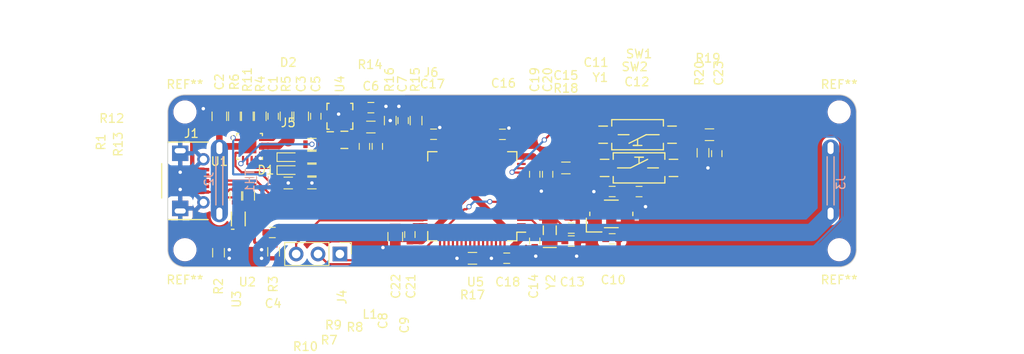
<source format=kicad_pcb>
(kicad_pcb (version 20221018) (generator pcbnew)
  (layers (0 "F.Cu" signal) (31 "B.Cu" signal) (34 "B.Paste" user) (35 "F.Paste" user) (36 "B.SilkS" user "B.Silkscreen") (37 "F.SilkS" user "F.Silkscreen") (38 "B.Mask" user) (39 "F.Mask" user) (44 "Edge.Cuts" user))
  (net 0 "")
  (net 1 "GND")
  (net 2 "/little_mobile_stm32f0_power/USB_5V")
  (net 3 "/little_mobile_stm32f0_power/BAT+")
  (net 4 "/little_mobile_stm32f0_power/POWER_RAW")
  (net 5 "Net-(C4-Pad2)")
  (net 6 "Net-(C4-Pad1)")
  (net 7 "Net-(C6-Pad1)")
  (net 8 "Net-(C7-Pad2)")
  (net 9 "/little_mobile_stm32f0_power/3v3")
  (net 10 "Net-(C10-Pad1)")
  (net 11 "Net-(C11-Pad1)")
  (net 12 "/little_mobile_stm32f0_micro/NRST")
  (net 13 "Net-(C13-Pad1)")
  (net 14 "Net-(C15-Pad1)")
  (net 15 "Net-(C23-Pad1)")
  (net 16 "Net-(D1-Pad2)")
  (net 17 "Net-(D1-Pad1)")
  (net 18 "Net-(D2-Pad2)")
  (net 19 "Net-(D2-Pad1)")
  (net 20 "/little_mobile_stm32f0_micro/USB_D-")
  (net 21 "/little_mobile_stm32f0_micro/USB_D+")
  (net 22 "Net-(J1-Pad4)")
  (net 23 "/little_mobile_stm32f0_power/BAT-")
  (net 24 "/little_mobile_stm32f0_micro/SWD_CLK")
  (net 25 "/little_mobile_stm32f0_micro/SWD_IO")
  (net 26 "Net-(L1-Pad1)")
  (net 27 "Net-(L1-Pad2)")
  (net 28 "Net-(R1-Pad2)")
  (net 29 "Net-(R2-Pad2)")
  (net 30 "Net-(R4-Pad1)")
  (net 31 "Net-(R5-Pad1)")
  (net 32 "Net-(R6-Pad1)")
  (net 33 "/little_mobile_stm32f0_power/EN2")
  (net 34 "/little_mobile_stm32f0_power/CE")
  (net 35 "/little_mobile_stm32f0_power/TD")
  (net 36 "/little_mobile_stm32f0_power/EN1")
  (net 37 "Net-(R15-Pad1)")
  (net 38 "Net-(R17-Pad1)")
  (net 39 "Net-(R19-Pad2)")
  (net 40 "/little_mobile_stm32f0_power/BAT_TERMAL_SENSE")
  (net 41 "Net-(U1-Pad17)")
  (net 42 "Net-(U2-Pad2)")
  (net 43 "Net-(U3-Pad1)")
  (net 44 "/little_mobile_stm32f0_micro/PC13")
  (net 45 "/little_mobile_stm32f0_micro/PC0")
  (net 46 "/little_mobile_stm32f0_micro/PC1")
  (net 47 "/little_mobile_stm32f0_micro/PC2")
  (net 48 "/little_mobile_stm32f0_micro/PC3")
  (net 49 "/little_mobile_stm32f0_micro/PA1")
  (net 50 "/little_mobile_stm32f0_micro/PA2")
  (net 51 "/little_mobile_stm32f0_micro/PA3")
  (net 52 "/little_mobile_stm32f0_micro/PA4")
  (net 53 "/little_mobile_stm32f0_micro/PA5")
  (net 54 "/little_mobile_stm32f0_micro/PA6")
  (net 55 "/little_mobile_stm32f0_micro/PA7")
  (net 56 "/little_mobile_stm32f0_micro/PC4")
  (net 57 "/little_mobile_stm32f0_micro/PC5")
  (net 58 "/little_mobile_stm32f0_micro/PB0")
  (net 59 "/little_mobile_stm32f0_micro/PB1")
  (net 60 "/little_mobile_stm32f0_micro/PB2")
  (net 61 "/little_mobile_stm32f0_micro/PB10")
  (net 62 "/little_mobile_stm32f0_micro/PB11")
  (net 63 "/little_mobile_stm32f0_micro/PB12")
  (net 64 "/little_mobile_stm32f0_micro/PB13")
  (net 65 "/little_mobile_stm32f0_micro/PB14")
  (net 66 "/little_mobile_stm32f0_micro/PB15")
  (net 67 "/little_mobile_stm32f0_micro/PC6")
  (net 68 "/little_mobile_stm32f0_micro/PC7")
  (net 69 "/little_mobile_stm32f0_micro/PC8")
  (net 70 "/little_mobile_stm32f0_micro/PC9")
  (net 71 "/little_mobile_stm32f0_micro/PA8")
  (net 72 "/little_mobile_stm32f0_micro/PA9")
  (net 73 "/little_mobile_stm32f0_micro/PA10")
  (net 74 "/little_mobile_stm32f0_micro/PA15")
  (net 75 "/little_mobile_stm32f0_micro/PC10")
  (net 76 "/little_mobile_stm32f0_micro/PC11")
  (net 77 "/little_mobile_stm32f0_micro/PC12")
  (net 78 "/little_mobile_stm32f0_micro/PD2")
  (net 79 "/little_mobile_stm32f0_micro/PB3")
  (net 80 "/little_mobile_stm32f0_micro/PB4")
  (net 81 "/little_mobile_stm32f0_micro/PB5")
  (net 82 "/little_mobile_stm32f0_micro/PB6")
  (net 83 "/little_mobile_stm32f0_micro/PB7")
  (net 84 "/little_mobile_stm32f0_micro/PB8")
  (net 85 "/little_mobile_stm32f0_micro/PB9")
  (footprint "Capacitors_SMD:C_0603" (layer "F.Cu") (at 106.25 102.5 90)
    (fp_text reference "C1")
    (fp_text value "1u")
  )
  (footprint "Capacitors_SMD:C_0805" (layer "F.Cu") (at 100 102.5 90)
    (fp_text reference "C2")
    (fp_text value "4.7u")
  )
  (footprint "Capacitors_SMD:C_0805" (layer "F.Cu") (at 109.5 102.5 -90)
    (fp_text reference "C3")
    (fp_text value "4.7u")
  )
  (footprint "Capacitors_SMD:C_0603" (layer "F.Cu") (at 106.15 116)
    (fp_text reference "C4")
    (fp_text value "100n")
  )
  (footprint "Capacitors_SMD:C_0603" (layer "F.Cu") (at 111.2 102.5 90)
    (fp_text reference "C5")
    (fp_text value "10u")
  )
  (footprint "Capacitors_SMD:C_0603" (layer "F.Cu") (at 117.6 101.5)
    (fp_text reference "C6")
    (fp_text value "4.7n")
  )
  (footprint "Capacitors_SMD:C_0603" (layer "F.Cu") (at 121.35 103 -90)
    (fp_text reference "C7")
    (fp_text value "10p")
  )
  (footprint "Capacitors_SMD:C_0603" (layer "F.Cu") (at 116.85 106 -90)
    (fp_text reference "C8")
    (fp_text value "10u")
  )
  (footprint "Capacitors_SMD:C_0603" (layer "F.Cu") (at 118.35 106 -90)
    (fp_text reference "C9")
    (fp_text value "10u")
  )
  (footprint "Capacitors_SMD:C_0603" (layer "F.Cu") (at 145.63 116.74)
    (fp_text reference "C10")
    (fp_text value "40p")
  )
  (footprint "Capacitors_SMD:C_0603" (layer "F.Cu") (at 145.63 111.24 180)
    (fp_text reference "C11")
    (fp_text value "40p")
  )
  (footprint "Capacitors_SMD:C_0603" (layer "F.Cu") (at 148.75 111.25 180)
    (fp_text reference "C12")
    (fp_text value "100n")
  )
  (footprint "Capacitors_SMD:C_0603" (layer "F.Cu") (at 140.88 116.99)
    (fp_text reference "C13")
    (fp_text value "25p")
  )
  (footprint "Capacitors_SMD:C_0603" (layer "F.Cu") (at 136.63 116.99 -90)
    (fp_text reference "C14")
    (fp_text value "100n")
  )
  (footprint "Capacitors_SMD:C_0603" (layer "F.Cu") (at 140.88 115.49)
    (fp_text reference "C15")
    (fp_text value "25p")
  )
  (footprint "Capacitors_SMD:C_0603" (layer "F.Cu") (at 132.88 104.6 180)
    (fp_text reference "C16")
    (fp_text value "100n")
  )
  (footprint "Capacitors_SMD:C_0603" (layer "F.Cu") (at 124.88 104.59 180)
    (fp_text reference "C17")
    (fp_text value "100n")
  )
  (footprint "Capacitors_SMD:C_0603" (layer "F.Cu") (at 133.38 118.99)
    (fp_text reference "C18")
    (fp_text value "100n")
  )
  (footprint "Capacitors_SMD:C_0603" (layer "F.Cu") (at 136.63 109.24 90)
    (fp_text reference "C19")
    (fp_text value "10n")
  )
  (footprint "Capacitors_SMD:C_0603" (layer "F.Cu") (at 138.13 109.24 90)
    (fp_text reference "C20")
    (fp_text value "1u")
  )
  (footprint "Capacitors_SMD:C_0603" (layer "F.Cu") (at 122.13 116.24 -90)
    (fp_text reference "C21")
    (fp_text value "100n")
  )
  (footprint "Capacitors_SMD:C_0805" (layer "F.Cu") (at 120.43 116.49 -90)
    (fp_text reference "C22")
    (fp_text value "4.7u")
  )
  (footprint "Capacitors_SMD:C_0603" (layer "F.Cu") (at 157.78 106.84 -90)
    (fp_text reference "C23")
    (fp_text value "100n")
  )
  (footprint "LEDs:LED_0603" (layer "F.Cu") (at 108 108.75)
    (fp_text reference "D1")
    (fp_text value "LED")
  )
  (footprint "LEDs:LED_0603" (layer "F.Cu") (at 108 107.25)
    (fp_text reference "D2")
    (fp_text value "LED")
  )
  (footprint "little_mobile_stm32f0:Molex_1050170001_MicroUSB_B" (layer "F.Cu") (at 94 110 90)
    (fp_text reference "J1")
    (fp_text value "USB_OTG")
  )
  (footprint "Pin_Headers:Pin_Header_Straight_1x03_Pitch2.54mm" (layer "F.Cu") (at 114 118.5 -90)
    (fp_text reference "J4")
    (fp_text value "Header_SWD")
  )
  (footprint "little_mobile_stm32f0:Murata-DFE252010C-Series" (layer "F.Cu") (at 114.52 105.24)
    (fp_text reference "L1")
    (fp_text value "1.5u")
  )
  (footprint "Resistors_SMD:R_0603" (layer "F.Cu") (at 101.9 111.75 -90)
    (fp_text reference "R1")
    (fp_text value "2.2k")
  )
  (footprint "Resistors_SMD:R_0603" (layer "F.Cu") (at 99.9 118.35 90)
    (fp_text reference "R2")
    (fp_text value "5.1M")
  )
  (footprint "Resistors_SMD:R_0603" (layer "F.Cu") (at 106.3 118.25 90)
    (fp_text reference "R3")
    (fp_text value "5.1M")
  )
  (footprint "Resistors_SMD:R_0603" (layer "F.Cu") (at 104.75 102.5 90)
    (fp_text reference "R4")
    (fp_text value "46.4k")
  )
  (footprint "Resistors_SMD:R_0603" (layer "F.Cu") (at 107.75 102.5 90)
    (fp_text reference "R5")
    (fp_text value "1.03k")
  )
  (footprint "Resistors_SMD:R_0603" (layer "F.Cu") (at 101.75 102.5 90)
    (fp_text reference "R6")
    (fp_text value "742")
  )
  (footprint "Resistors_SMD:R_0603" (layer "F.Cu") (at 110.75 108.75)
    (fp_text reference "R7")
    (fp_text value "1.5k")
  )
  (footprint "Resistors_SMD:R_0603" (layer "F.Cu") (at 110.75 105.75 180)
    (fp_text reference "R8")
    (fp_text value "4.7")
  )
  (footprint "Resistors_SMD:R_0603" (layer "F.Cu") (at 110.75 110.25)
    (fp_text reference "R9")
    (fp_text value "10k")
  )
  (footprint "Resistors_SMD:R_0603" (layer "F.Cu") (at 110.75 107.25)
    (fp_text reference "R10")
    (fp_text value "1.5k")
  )
  (footprint "Resistors_SMD:R_0603" (layer "F.Cu") (at 103.25 102.5 90)
    (fp_text reference "R11")
    (fp_text value "10k")
  )
  (footprint "Resistors_SMD:R_0603" (layer "F.Cu") (at 108 110.25)
    (fp_text reference "R12")
    (fp_text value "10k")
  )
  (footprint "Resistors_SMD:R_0603" (layer "F.Cu") (at 103.4 111.75 -90)
    (fp_text reference "R13")
    (fp_text value "330")
  )
  (footprint "Resistors_SMD:R_0603" (layer "F.Cu") (at 117.6 103.75)
    (fp_text reference "R14")
    (fp_text value "562k")
  )
  (footprint "Resistors_SMD:R_0603" (layer "F.Cu") (at 122.85 103 -90)
    (fp_text reference "R15")
    (fp_text value "100k")
  )
  (footprint "Resistors_SMD:R_0603" (layer "F.Cu") (at 119.85 103 90)
    (fp_text reference "R16")
    (fp_text value "180")
  )
  (footprint "Resistors_SMD:R_0603" (layer "F.Cu") (at 129.4 119 180)
    (fp_text reference "R17")
    (fp_text value "510")
  )
  (footprint "Resistors_SMD:R_0603" (layer "F.Cu") (at 140.25 108.5)
    (fp_text reference "R18")
    (fp_text value "10k")
  )
  (footprint "Resistors_SMD:R_0603" (layer "F.Cu") (at 156.93 104.64 180)
    (fp_text reference "R19")
    (fp_text value "10k")
  )
  (footprint "Resistors_SMD:R_0603" (layer "F.Cu") (at 156.18 106.74 -90)
    (fp_text reference "R20")
    (fp_text value "10k")
  )
  (footprint "little_mobile_stm32f0:FSMSM_TE_Switch" (layer "F.Cu") (at 148.75 108.5)
    (fp_text reference "SW1")
    (fp_text value "SW_DIP_x01")
  )
  (footprint "little_mobile_stm32f0:FSMSM_TE_Switch" (layer "F.Cu") (at 148.58 104.64 180)
    (fp_text reference "SW2")
    (fp_text value "SW_DIP_x01")
  )
  (footprint "little_mobile_stm32f0:bq24073" (layer "F.Cu") (at 103.5 106)
    (fp_text reference "U1")
    (fp_text value "bq24073")
  )
  (footprint "little_mobile_stm32f0:csd87313DMS" (layer "F.Cu") (at 103.095 117.88 -90)
    (fp_text reference "U2")
    (fp_text value "CSD87313DMS")
  )
  (footprint "little_mobile_stm32f0:WSON_bq2973" (layer "F.Cu") (at 102.2 114.425)
    (fp_text reference "U3")
    (fp_text value "bq29732")
  )
  (footprint "little_mobile_stm32f0:VQFN_tps6350" (layer "F.Cu") (at 114 102.5 90)
    (fp_text reference "U4")
    (fp_text value "TPS63050RMW")
  )
  (footprint "Housings_QFP:LQFP-64_10x10mm_Pitch0.5mm" (layer "F.Cu") (at 129.38 111.79 180)
    (fp_text reference "U5")
    (fp_text value "STM32F072RBTx")
  )
  (footprint "little_mobile_stm32f0:LFXTAL069277Reel_Crystal_8MHz" (layer "F.Cu") (at 145.53 113.84 180)
    (fp_text reference "Y1")
    (fp_text value "8MHz")
  )
  (footprint "little_mobile_stm32f0:CM7V-T1A_32.768kHz_Crystal" (layer "F.Cu") (at 138.38 115.74 -90)
    (fp_text reference "Y2")
    (fp_text value "32.768k")
  )
  (footprint "Mounting_Holes:MountingHole_2.2mm_M2" (layer "F.Cu") (at 96 102)
    (fp_text reference "REF**")
    (fp_text value "MountingHole_2.2mm_M2")
  )
  (footprint "Mounting_Holes:MountingHole_2.2mm_M2" (layer "F.Cu") (at 96 118)
    (fp_text reference "REF**")
    (fp_text value "MountingHole_2.2mm_M2")
  )
  (footprint "Mounting_Holes:MountingHole_2.2mm_M2" (layer "F.Cu") (at 172 118)
    (fp_text reference "REF**")
    (fp_text value "MountingHole_2.2mm_M2")
  )
  (footprint "Mounting_Holes:MountingHole_2.2mm_M2" (layer "F.Cu") (at 172 102)
    (fp_text reference "REF**")
    (fp_text value "MountingHole_2.2mm_M2")
  )
  (footprint "Measurement_Points:Measurement_Point_Round-SMD-Pad_Small" (layer "F.Cu") (at 108 105.25)
    (fp_text reference "J5")
    (fp_text value "TEST_POWER_RAW")
  )
  (footprint "Measurement_Points:Measurement_Point_Round-SMD-Pad_Small" (layer "F.Cu") (at 124.6 102.4)
    (fp_text reference "J6")
    (fp_text value "TEST_3v3")
  )
  (footprint "little_mobile_stm32f0:KEYSTONE_109-2_Battery_Contact" (layer "B.Cu") (at 100 110 90)
    (fp_text reference "J2")
    (fp_text value "BAT+ Contact")
  )
  (footprint "little_mobile_stm32f0:KEYSTONE_109-2_Battery_Contact" (layer "B.Cu") (at 171 110 -90)
    (fp_text reference "J3")
    (fp_text value "BAT- Contact")
  )
  (footprint "Resistors_SMD:R_0603" (layer "B.Cu") (at 105 110 -90)
    (fp_text reference "TH1")
    (fp_text value "Thermistor_NTC")
  )
  (gr_line (start 174 118) (end 174 102) (stroke (width 0.1)) (layer "Edge.Cuts"))
  (gr_arc (start 94 102) (mid 94.585786 100.585786) (end 96 100) (stroke (width 0.1)) (layer "Edge.Cuts"))
  (gr_arc (start 174 118) (mid 173.414214 119.414214) (end 172 120) (stroke (width 0.1)) (layer "Edge.Cuts"))
  (gr_line (start 172 100) (end 96 100) (stroke (width 0.1)) (layer "Edge.Cuts"))
  (gr_line (start 94 102) (end 94 118) (stroke (width 0.1)) (layer "Edge.Cuts"))
  (gr_arc (start 172 100) (mid 173.414214 100.585786) (end 174 102) (stroke (width 0.1)) (layer "Edge.Cuts"))
  (gr_arc (start 96 120) (mid 94.585786 119.414214) (end 94 118) (stroke (width 0.1)) (layer "Edge.Cuts"))
  (gr_line (start 96 120) (end 172 120) (stroke (width 0.1)) (layer "Edge.Cuts"))
  (segment (start 103.25 101.75) (end 104.75 101.75) (width 0.5) (layer "F.Cu") (net 1))
  (segment (start 101.9 111) (end 101.2 111) (width 0.25) (layer "F.Cu") (net 1))
  (segment (start 131.61 118.99) (end 131.6 119) (width 0.75) (layer "F.Cu") (net 1))
  (segment (start 132.63 117.49) (end 132.63 118.99) (width 0.25) (layer "F.Cu") (net 1))
  (segment (start 102.77 118.98) (end 102.29 118.5) (width 0.25) (layer "F.Cu") (net 1))
  (segment (start 144.88 111.44) (end 143.63 112.69) (width 0.25) (layer "F.Cu") (net 1))
  (segment (start 110.95 101.5) (end 111.2 101.75) (width 0.75) (layer "F.Cu") (net 1))
  (segment (start 100 101.5) (end 98.25 101.5) (width 0.5) (layer "F.Cu") (net 1))
  (segment (start 132.98 105.225) (end 133.605 104.6) (width 0.25) (layer "F.Cu") (net 1))
  (segment (start 122.43 115.49) (end 122.269998 115.49) (width 0.75) (layer "F.Cu") (net 1))
  (segment (start 113.75 103.65) (end 113.75 102.35) (width 0.25) (layer "F.Cu") (net 1))
  (segment (start 132.63 118.99) (end 131.61 118.99) (width 0.75) (layer "F.Cu") (net 1))
  (segment (start 101.75 101.75) (end 103.25 101.75) (width 0.5) (layer "F.Cu") (net 1))
  (segment (start 157.78 107.59) (end 157.66 107.59) (width 0.75) (layer "F.Cu") (net 1))
  (segment (start 102.77 119.53) (end 102.77 118.98) (width 0.25) (layer "F.Cu") (net 1))
  (segment (start 128.65 119) (end 127.6 119) (width 0.75) (layer "F.Cu") (net 1))
  (segment (start 126.13 105.09) (end 125.63 104.59) (width 0.25) (layer "F.Cu") (net 1))
  (segment (start 133.63 104.6) (end 133.63 103.87) (width 0.75) (layer "F.Cu") (net 1))
  (segment (start 146.38 116.04) (end 147.43 114.99) (width 0.25) (layer "F.Cu") (net 1))
  (segment (start 107.75 101.75) (end 109.25 101.75) (width 0.75) (layer "F.Cu") (net 1))
  (segment (start 148.98 114.99) (end 147.43 114.99) (width 0.75) (layer "F.Cu") (net 1))
  (segment (start 115.15 102.25) (end 113.85 102.25) (width 0.25) (layer "F.Cu") (net 1))
  (segment (start 146.38 116.74) (end 146.38 116.04) (width 0.25) (layer "F.Cu") (net 1))
  (segment (start 98.25 101.5) (end 98.133058 101.616942) (width 0.5) (layer "F.Cu") (net 1))
  (segment (start 149.5 111.25) (end 149.5 113) (width 0.75) (layer "F.Cu") (net 1))
  (segment (start 132.63 105.34) (end 132.745 105.225) (width 0.25) (layer "F.Cu") (net 1))
  (segment (start 107.75 101.75) (end 108.5 101.75) (width 0.5) (layer "F.Cu") (net 1))
  (segment (start 102.12 118.67) (end 102.29 118.5) (width 0.25) (layer "F.Cu") (net 1))
  (segment (start 122.13 115.49) (end 122.58 115.04) (width 0.25) (layer "F.Cu") (net 1))
  (segment (start 101.2 111) (end 100.9 111.3) (width 0.25) (layer "F.Cu") (net 1))
  (segment (start 143.63 112.69) (end 143.63 111.38) (width 0.75) (layer "F.Cu") (net 1))
  (segment (start 104.75 101.75) (end 106.25 101.75) (width 0.5) (layer "F.Cu") (net 1))
  (segment (start 101.15 119) (end 100 119) (width 0.25) (layer "F.Cu") (net 1))
  (segment (start 98.15 111.3) (end 95.75 111.3) (width 0.5) (layer "F.Cu") (net 1))
  (segment (start 100.9 111.3) (end 99.075 111.3) (width 0.25) (layer "F.Cu") (net 1))
  (segment (start 119.199999 101.5) (end 119.35 101.349999) (width 0.25) (layer "F.Cu") (net 1))
  (segment (start 113.75 102.35) (end 113.85 102.25) (width 0.25) (layer "F.Cu") (net 1))
  (segment (start 157.66 107.59) (end 156.75 108.5) (width 0.75) (layer "F.Cu") (net 1))
  (segment (start 132.63 106.09) (end 132.63 105.34) (width 0.25) (layer "F.Cu") (net 1))
  (segment (start 138.13 109.99) (end 137.4 109.99) (width 0.25) (layer "F.Cu") (net 1))
  (segment (start 122.58 115.04) (end 123.68 115.04) (width 0.25) (layer "F.Cu") (net 1))
  (segment (start 135.13 109.99) (end 135.08 110.04) (width 0.25) (layer "F.Cu") (net 1))
  (segment (start 101.15 118.4) (end 101.15 119) (width 0.25) (layer "F.Cu") (net 1))
  (segment (start 119.229999 117.520001) (end 119 117.75) (width 0.75) (layer "F.Cu") (net 1))
  (segment (start 99.075 111.3) (end 98.15 111.3) (width 0.25) (layer "F.Cu") (net 1))
  (segment (start 132.745 105.225) (end 132.98 105.225) (width 0.25) (layer "F.Cu") (net 1))
  (segment (start 119.85 102.25) (end 119.85 103) (width 0.25) (layer "F.Cu") (net 1))
  (segment (start 149.5 113) (end 149.5 114.47) (width 0.75) (layer "F.Cu") (net 1))
  (segment (start 101.5 101.5) (end 101.75 101.75) (width 0.5) (layer "F.Cu") (net 1))
  (segment (start 109.5 101.5) (end 110.95 101.5) (width 0.75) (layer "F.Cu") (net 1))
  (segment (start 109.25 101.75) (end 109.5 101.5) (width 0.75) (layer "F.Cu") (net 1))
  (segment (start 121.35 101.849999) (end 120.85 101.349999) (width 0.25) (layer "F.Cu") (net 1))
  (segment (start 141.63 115.49) (end 141.63 116.99) (width 0.75) (layer "F.Cu") (net 1))
  (segment (start 101.15 118) (end 101.15 118.4) (width 0.25) (layer "F.Cu") (net 1))
  (segment (start 149.5 114.47) (end 148.98 114.99) (width 0.75) (layer "F.Cu") (net 1))
  (segment (start 100 101.5) (end 101.5 101.5) (width 0.5) (layer "F.Cu") (net 1))
  (segment (start 101.15 118.5) (end 102.29 118.5) (width 0.25) (layer "F.Cu") (net 1))
  (segment (start 118.35 101.5) (end 119.199999 101.5) (width 0.25) (layer "F.Cu") (net 1))
  (segment (start 104.725002 107.4) (end 104.75 107.375002) (width 0.25) (layer "F.Cu") (net 1))
  (segment (start 137.4 109.99) (end 136.63 109.99) (width 0.25) (layer "F.Cu") (net 1))
  (segment (start 133.605 104.6) (end 133.63 104.6) (width 0.25) (layer "F.Cu") (net 1))
  (segment (start 126.13 106.09) (end 126.13 105.09) (width 0.25) (layer "F.Cu") (net 1))
  (segment (start 156.75 108.06) (end 156.18 107.49) (width 0.75) (layer "F.Cu") (net 1))
  (segment (start 106.25 101.75) (end 107.75 101.75) (width 0.5) (layer "F.Cu") (net 1))
  (segment (start 100 119) (end 99.9 119.1) (width 0.25) (layer "F.Cu") (net 1))
  (segment (start 104.25 107.4) (end 104.725002 107.4) (width 0.25) (layer "F.Cu") (net 1))
  (segment (start 156.75 108.5) (end 156.75 108.06) (width 0.75) (layer "F.Cu") (net 1))
  (segment (start 111.5 110.25) (end 110.75 110.25) (width 0.25) (layer "F.Cu") (net 1))
  (segment (start 136.63 118.63) (end 136.75 118.75) (width 0.75) (layer "F.Cu") (net 1))
  (segment (start 141.63 118.62) (end 141.5 118.75) (width 0.75) (layer "F.Cu") (net 1))
  (segment (start 143.63 111.38) (end 143.5 111.25) (width 0.75) (layer "F.Cu") (net 1))
  (segment (start 119.229999 116.529999) (end 119.229999 117.520001) (width 0.75) (layer "F.Cu") (net 1))
  (segment (start 136.63 109.99) (end 135.13 109.99) (width 0.25) (layer "F.Cu") (net 1))
  (segment (start 136.63 117.74) (end 136.63 118.63) (width 0.75) (layer "F.Cu") (net 1))
  (segment (start 108.75 110.25) (end 108 110.25) (width 0.25) (layer "F.Cu") (net 1))
  (segment (start 113.75 101.35) (end 113.75 102.15) (width 0.25) (layer "F.Cu") (net 1))
  (segment (start 125.63 104.59) (end 125.63 103.83) (width 0.75) (layer "F.Cu") (net 1))
  (segment (start 141.63 116.99) (end 141.63 118.62) (width 0.75) (layer "F.Cu") (net 1))
  (segment (start 120.43 115.49) (end 122.13 115.49) (width 0.25) (layer "F.Cu") (net 1))
  (segment (start 121.35 102.25) (end 121.35 101.849999) (width 0.25) (layer "F.Cu") (net 1))
  (segment (start 102.12 119.53) (end 102.12 118.67) (width 0.25) (layer "F.Cu") (net 1))
  (segment (start 113.75 102.15) (end 113.85 102.25) (width 0.25) (layer "F.Cu") (net 1))
  (segment (start 137.4 109.99) (end 137.4 111.2) (width 0.75) (layer "F.Cu") (net 1))
  (segment (start 154.45 108.5) (end 156.75 108.5) (width 0.75) (layer "F.Cu") (net 1))
  (segment (start 95.75 111.3) (end 95.45 111) (width 0.5) (layer "F.Cu") (net 1))
  (segment (start 125.63 103.83) (end 125.6 103.8) (width 0.75) (layer "F.Cu") (net 1))
  (segment (start 120.269998 115.49) (end 119.229999 116.529999) (width 0.75) (layer "F.Cu") (net 1))
  (via (at 127.6 119) (size 0.6) (drill 0.4) (layers "F.Cu" "B.Cu") (net 1))
  (via (at 141.5 118.75) (size 0.6) (drill 0.4) (layers "F.Cu" "B.Cu") (net 1))
  (via (at 101.15 118) (size 0.6) (drill 0.4) (layers "F.Cu" "B.Cu") (net 1))
  (via (at 101.15 119) (size 0.6) (drill 0.4) (layers "F.Cu" "B.Cu") (net 1))
  (via (at 95.45 109) (size 0.6) (drill 0.4) (layers "F.Cu" "B.Cu") (net 1))
  (via (at 136.75 118.75) (size 0.6) (drill 0.4) (layers "F.Cu" "B.Cu") (net 1))
  (via (at 156.75 108.5) (size 0.6) (drill 0.4) (layers "F.Cu" "B.Cu") (net 1))
  (via (at 120.85 101.349999) (size 0.6) (drill 0.4) (layers "F.Cu" "B.Cu") (net 1))
  (via (at 110.75 110.25) (size 0.6) (drill 0.4) (layers "F.Cu" "B.Cu") (net 1))
  (via (at 133.63 103.87) (size 0.6) (drill 0.4) (layers "F.Cu" "B.Cu") (net 1))
  (via (at 137.4 111.2) (size 0.6) (drill 0.4) (layers "F.Cu" "B.Cu") (net 1))
  (via (at 119.35 101.349999) (size 0.6) (drill 0.4) (layers "F.Cu" "B.Cu") (net 1))
  (via (at 98.133058 101.616942) (size 0.6) (drill 0.4) (layers "F.Cu" "B.Cu") (net 1))
  (via (at 119.85 103) (size 0.6) (drill 0.4) (layers "F.Cu" "B.Cu") (net 1))
  (via (at 113.85 102.25) (size 0.6) (drill 0.4) (layers "F.Cu" "B.Cu") (net 1))
  (via (at 131.6 119) (size 0.6) (drill 0.4) (layers "F.Cu" "B.Cu") (net 1))
  (via (at 143.5 111.25) (size 0.6) (drill 0.4) (layers "F.Cu" "B.Cu") (net 1))
  (via (at 125.6 103.8) (size 0.6) (drill 0.4) (layers "F.Cu" "B.Cu") (net 1))
  (via (at 95.45 111) (size 0.6) (drill 0.4) (layers "F.Cu" "B.Cu") (net 1))
  (via (at 108 110.25) (size 0.6) (drill 0.4) (layers "F.Cu" "B.Cu") (net 1))
  (via (at 104.75 107.375002) (size 0.6) (drill 0.4) (layers "F.Cu" "B.Cu") (net 1))
  (via (at 149.5 113) (size 0.6) (drill 0.4) (layers "F.Cu" "B.Cu") (net 1))
  (via (at 119 117.75) (size 0.6) (drill 0.4) (layers "F.Cu" "B.Cu") (net 1))
  (segment (start 127.6 119) (end 131.6 119) (width 0.75) (layer "B.Cu") (net 1))
  (segment (start 143.5 111.25) (end 147.75 111.25) (width 0.25) (layer "B.Cu") (net 1))
  (segment (start 111.374999 106.050001) (end 110.049998 107.375002) (width 0.25) (layer "B.Cu") (net 1))
  (segment (start 124.8 103) (end 125.6 103.8) (width 0.25) (layer "B.Cu") (net 1))
  (segment (start 138.37 103.87) (end 133.63 103.87) (width 0.25) (layer "B.Cu") (net 1))
  (segment (start 111.175 104.925) (end 111.175 105.25) (width 0.25) (layer "B.Cu") (net 1))
  (segment (start 172.32501 105.641163) (end 172.32501 114.358837) (width 0.25) (layer "B.Cu") (net 1))
  (segment (start 136.75 118.75) (end 131.25 118.75) (width 0.25) (layer "B.Cu") (net 1))
  (segment (start 156.75 108.5) (end 160.38501 104.86499) (width 0.25) (layer "B.Cu") (net 1))
  (segment (start 105.2 110.75) (end 108.574998 107.375002) (width 0.25) (layer "B.Cu") (net 1))
  (segment (start 105 110.75) (end 105.2 110.75) (width 0.25) (layer "B.Cu") (net 1))
  (segment (start 105.174264 107.375002) (end 104.75 107.375002) (width 0.25) (layer "B.Cu") (net 1))
  (segment (start 101.15 118.5) (end 101.15 118) (width 0.25) (layer "B.Cu") (net 1))
  (segment (start 120.85 101.349999) (end 120.85 102) (width 0.25) (layer "B.Cu") (net 1))
  (segment (start 113.85 102.25) (end 111.175 104.925) (width 0.25) (layer "B.Cu") (net 1))
  (segment (start 152.25 113) (end 156.75 108.5) (width 0.25) (layer "B.Cu") (net 1))
  (segment (start 119.85 103) (end 124.8 103) (width 0.25) (layer "B.Cu") (net 1))
  (segment (start 108.574998 107.375002) (end 109.25 107.375002) (width 0.25) (layer "B.Cu") (net 1))
  (segment (start 149.5 113) (end 152.25 113) (width 0.25) (layer "B.Cu") (net 1))
  (segment (start 119.35 101.349999) (end 120.85 101.349999) (width 0.25) (layer "B.Cu") (net 1))
  (segment (start 143.45 111.2) (end 143.5 111.25) (width 0.75) (layer "B.Cu") (net 1))
  (segment (start 147.75 111.25) (end 149.5 113) (width 0.25) (layer "B.Cu") (net 1))
  (segment (start 143.5 111.25) (end 139.25 107) (width 0.25) (layer "B.Cu") (net 1))
  (segment (start 131.6 119) (end 131.299999 118.700001) (width 0.75) (layer "B.Cu") (net 1))
  (segment (start 160.38501 104.86499) (end 171.548837 104.86499) (width 0.25) (layer "B.Cu") (net 1))
  (segment (start 107.541942 101.616942) (end 111.175 105.25) (width 0.25) (layer "B.Cu") (net 1))
  (segment (start 141.5 118.75) (end 136.75 118.75) (width 0.25) (layer "B.Cu") (net 1))
  (segment (start 111.374999 105.449999) (end 111.374999 106.050001) (width 0.25) (layer "B.Cu") (net 1))
  (segment (start 139.25 107) (end 139.25 104.75) (width 0.25) (layer "B.Cu") (net 1))
  (segment (start 120.85 102) (end 119.85 103) (width 0.25) (layer "B.Cu") (net 1))
  (segment (start 171.548837 104.86499) (end 172.32501 105.641163) (width 0.25) (layer "B.Cu") (net 1))
  (segment (start 139.25 104.75) (end 138.37 103.87) (width 0.25) (layer "B.Cu") (net 1))
  (segment (start 141.924264 118.75) (end 141.5 118.75) (width 0.25) (layer "B.Cu") (net 1))
  (segment (start 167.933847 118.75) (end 141.924264 118.75) (width 0.25) (layer "B.Cu") (net 1))
  (segment (start 125.6 103.8) (end 133.56 103.8) (width 0.25) (layer "B.Cu") (net 1))
  (segment (start 131.299999 118.700001) (end 131.25 118.75) (width 0.75) (layer "B.Cu") (net 1))
  (segment (start 98.133058 101.616942) (end 107.541942 101.616942) (width 0.25) (layer "B.Cu") (net 1))
  (segment (start 109.25 107.375002) (end 105.174264 107.375002) (width 0.25) (layer "B.Cu") (net 1))
  (segment (start 133.56 103.8) (end 133.63 103.87) (width 0.25) (layer "B.Cu") (net 1))
  (segment (start 172.32501 114.358837) (end 167.933847 118.75) (width 0.25) (layer "B.Cu") (net 1))
  (segment (start 111.175 105.25) (end 111.374999 105.449999) (width 0.25) (layer "B.Cu") (net 1))
  (segment (start 113.85 102.25) (end 118.449999 102.25) (width 0.25) (layer "B.Cu") (net 1))
  (segment (start 137.4 111.2) (end 143.45 111.2) (width 0.75) (layer "B.Cu") (net 1))
  (segment (start 110.049998 107.375002) (end 109.25 107.375002) (width 0.25) (layer "B.Cu") (net 1))
  (segment (start 118.449999 102.25) (end 119.35 101.349999) (width 0.25) (layer "B.Cu") (net 1))
  (segment (start 101.15 118.5) (end 101.15 119) (width 0.25) (layer "B.Cu") (net 1))
  (segment (start 96.975 108.7) (end 96.850001 108.575001) (width 0.5) (layer "F.Cu") (net 2))
  (segment (start 105.450001 102.450001) (end 106.25 103.25) (width 0.5) (layer "F.Cu") (net 2))
  (segment (start 96.850001 104.714997) (end 99.114997 102.450001) (width 0.5) (layer "F.Cu") (net 2))
  (segment (start 97.675 108.7) (end 98.15 108.7) (width 0.25) (layer "F.Cu") (net 2))
  (segment (start 99.114997 102.450001) (end 105.450001 102.450001) (width 0.5) (layer "F.Cu") (net 2))
  (segment (start 105.8 104.6) (end 104.32501 104.6) (width 0.5) (layer "F.Cu") (net 2))
  (segment (start 96.850001 108.575001) (end 96.850001 104.714997) (width 0.5) (layer "F.Cu") (net 2))
  (segment (start 106.25 104.15) (end 105.8 104.6) (width 0.5) (layer "F.Cu") (net 2))
  (segment (start 98.15 108.7) (end 96.975 108.7) (width 0.5) (layer "F.Cu") (net 2))
  (segment (start 106.25 103.25) (end 106.25 104.15) (width 0.5) (layer "F.Cu") (net 2))
  (segment (start 100 106.19) (end 100 103.5) (width 0.75) (layer "F.Cu") (net 3))
  (segment (start 102.1 105.75) (end 100.44 105.75) (width 0.25) (layer "F.Cu") (net 3))
  (segment (start 100 112.71) (end 100.785001 111.924999) (width 0.25) (layer "F.Cu") (net 3))
  (segment (start 100.44 105.75) (end 100 106.19) (width 0.25) (layer "F.Cu") (net 3))
  (segment (start 100.785001 111.924999) (end 103 111.924999) (width 0.25) (layer "F.Cu") (net 3))
  (segment (start 103.4 111.524999) (end 103.4 111) (width 0.25) (layer "F.Cu") (net 3))
  (segment (start 102.1 106.25) (end 101.85 106) (width 0.25) (layer "F.Cu") (net 3))
  (segment (start 103 111.924999) (end 103.4 111.524999) (width 0.25) (layer "F.Cu") (net 3))
  (segment (start 102.1 106.25) (end 100.06 106.25) (width 0.25) (layer "F.Cu") (net 3))
  (segment (start 101.85 106) (end 101.44 106) (width 0.75) (layer "F.Cu") (net 3))
  (segment (start 100 113.81) (end 100 112.71) (width 0.25) (layer "F.Cu") (net 3))
  (segment (start 101.44 106) (end 100.69 106) (width 0.75) (layer "F.Cu") (net 3))
  (segment (start 100.06 106.25) (end 100 106.19) (width 0.25) (layer "F.Cu") (net 3))
  (segment (start 100 111) (end 100 113.81) (width 2) (layer "B.Cu") (net 3))
  (segment (start 100 106.19) (end 100 111) (width 2) (layer "B.Cu") (net 3))
  (segment (start 111.5 104.2) (end 111.5 105.05) (width 0.25) (layer "F.Cu") (net 4))
  (segment (start 109.5 103.5) (end 109.375 103.5) (width 0.75) (layer "F.Cu") (net 4))
  (segment (start 109.5 103.5) (end 110.95 103.5) (width 0.75) (layer "F.Cu") (net 4))
  (segment (start 104.9 106) (end 104.9 105.75) (width 0.25) (layer "F.Cu") (net 4))
  (segment (start 106.924999 105.950001) (end 105.650001 105.950001) (width 0.75) (layer "F.Cu") (net 4))
  (segment (start 104.9 106) (end 104.9 106.25) (width 0.25) (layer "F.Cu") (net 4))
  (segment (start 112.35 103.25) (end 112.85 102.75) (width 0.75) (layer "F.Cu") (net 4))
  (segment (start 112.85 102.75) (end 112.85 102.25) (width 0.75) (layer "F.Cu") (net 4))
  (segment (start 113.04999 101.45001) (end 113.04999 101.35) (width 0.75) (layer "F.Cu") (net 4))
  (segment (start 105.650001 105.950001) (end 104.949999 105.950001) (width 0.75) (layer "F.Cu") (net 4))
  (segment (start 108 105) (end 109.5 103.5) (width 0.25) (layer "F.Cu") (net 4))
  (segment (start 113.15 101.35) (end 113.04999 101.45001) (width 0.25) (layer "F.Cu") (net 4))
  (segment (start 113.25 101.35) (end 113.15 101.35) (width 0.25) (layer "F.Cu") (net 4))
  (segment (start 111.2 103.25) (end 111.2 103.9) (width 0.25) (layer "F.Cu") (net 4))
  (segment (start 111.5 105.05) (end 111.5 105.75) (width 0.25) (layer "F.Cu") (net 4))
  (segment (start 112.85 102.25) (end 112.85 101.65) (width 0.75) (layer "F.Cu") (net 4))
  (segment (start 111.2 103.9) (end 111.5 104.2) (width 0.25) (layer "F.Cu") (net 4))
  (segment (start 104.949999 105.950001) (end 104.9 106) (width 0.75) (layer "F.Cu") (net 4))
  (segment (start 109.375 103.5) (end 106.924999 105.950001) (width 0.75) (layer "F.Cu") (net 4))
  (segment (start 112.85 101.65) (end 113.04999 101.45001) (width 0.75) (layer "F.Cu") (net 4))
  (segment (start 110.95 103.5) (end 111.2 103.25) (width 0.75) (layer "F.Cu") (net 4))
  (segment (start 105.650001 105.950001) (end 105.650008 105.950008) (width 0.75) (layer "F.Cu") (net 4))
  (segment (start 111.5 105.75) (end 111.5 107.25) (width 0.25) (layer "F.Cu") (net 4))
  (segment (start 108 105.25) (end 108 105) (width 0.25) (layer "F.Cu") (net 4))
  (segment (start 111.5 107.25) (end 111.5 108.75) (width 0.25) (layer "F.Cu") (net 4))
  (segment (start 111.2 103.25) (end 112.35 103.25) (width 0.75) (layer "F.Cu") (net 4))
  (segment (start 103.29 115) (end 104.07 115.78) (width 0.25) (layer "F.Cu") (net 5))
  (segment (start 104.1 117.2) (end 104.1 116.63) (width 0.25) (layer "F.Cu") (net 5))
  (segment (start 105.9 117.2) (end 104.1 117.2) (width 0.25) (layer "F.Cu") (net 5))
  (segment (start 104.07 115.78) (end 104.07 116.6) (width 0.25) (layer "F.Cu") (net 5))
  (segment (start 106.9 116.9) (end 106.3 117.5) (width 0.25) (layer "F.Cu") (net 5))
  (segment (start 102.7 113.85) (end 102.7 115) (width 0.25) (layer "F.Cu") (net 5))
  (segment (start 106.9 116) (end 106.9 116.9) (width 0.25) (layer "F.Cu") (net 5))
  (segment (start 106.2 117.5) (end 105.9 117.2) (width 0.25) (layer "F.Cu") (net 5))
  (segment (start 106.3 117.5) (end 106.2 117.5) (width 0.25) (layer "F.Cu") (net 5))
  (segment (start 102.7 115) (end 103.29 115) (width 0.25) (layer "F.Cu") (net 5))
  (segment (start 104.1 116.63) (end 104.07 116.6) (width 0.25) (layer "F.Cu") (net 5))
  (segment (start 103.4 114.025) (end 103.4 113) (width 0.25) (layer "F.Cu") (net 6))
  (segment (start 102.624999 113.075001) (end 102.349999 113.075001) (width 0.25) (layer "F.Cu") (net 6))
  (segment (start 105.375 116) (end 103.4 114.025) (width 0.25) (layer "F.Cu") (net 6))
  (segment (start 105.4 116) (end 105.375 116) (width 0.25) (layer "F.Cu") (net 6))
  (segment (start 103.4 112.5) (end 103.2 112.5) (width 0.25) (layer "F.Cu") (net 6))
  (segment (start 102.2 113.225) (end 102.2 113.85) (width 0.25) (layer "F.Cu") (net 6))
  (segment (start 103.4 113) (end 103.4 112.5) (width 0.25) (layer "F.Cu") (net 6))
  (segment (start 103.2 112.5) (end 102.624999 113.075001) (width 0.25) (layer "F.Cu") (net 6))
  (segment (start 102.349999 113.075001) (end 102.2 113.225) (width 0.25) (layer "F.Cu") (net 6))
  (segment (start 116.7 101.35) (end 116.85 101.5) (width 0.25) (layer "F.Cu") (net 7))
  (segment (start 114.75 101.35) (end 116.7 101.35) (width 0.25) (layer "F.Cu") (net 7))
  (segment (start 118.35 103.55) (end 118.35 103.75) (width 0.25) (layer "F.Cu") (net 8))
  (segment (start 117.55 102.75) (end 118.35 103.55) (width 0.25) (layer "F.Cu") (net 8))
  (segment (start 119.85 103.75) (end 121.35 103.75) (width 0.25) (layer "F.Cu") (net 8))
  (segment (start 115.15 102.75) (end 117.55 102.75) (width 0.25) (layer "F.Cu") (net 8))
  (segment (start 118.35 103.75) (end 119.85 103.75) (width 0.25) (layer "F.Cu") (net 8))
  (segment (start 123.25 103.75) (end 124.6 102.4) (width 0.5) (layer "F.Cu") (net 9))
  (segment (start 120.93 116.99) (end 120.43 117.49) (width 0.25) (layer "F.Cu") (net 9))
  (segment (start 122.85 104.7) (end 122.85 103.75) (width 0.75) (layer "F.Cu") (net 9))
  (segment (start 124.13 106.375) (end 123.975 106.375) (width 0.75) (layer "F.Cu") (net 9))
  (segment (start 125.63 106.09) (end 124.13 104.59) (width 0.25) (layer "F.Cu") (net 9))
  (segment (start 138.13 108.49) (end 139.49 108.49) (width 0.25) (layer "F.Cu") (net 9))
  (segment (start 123.255 116.99) (end 122.13 116.99) (width 0.75) (layer "F.Cu") (net 9))
  (segment (start 136.63 108.49) (end 136.63 108.700002) (width 0.25) (layer "F.Cu") (net 9))
  (segment (start 124.765001 107.165001) (end 133.715001 107.165001) (width 0.75) (layer "F.Cu") (net 9))
  (segment (start 118.35 105.25) (end 116.85 105.25) (width 0.75) (layer "F.Cu") (net 9))
  (segment (start 135.840002 109.49) (end 135.13 109.49) (width 0.25) (layer "F.Cu") (net 9))
  (segment (start 133.13 117.99) (end 134.13 118.99) (width 0.25) (layer "F.Cu") (net 9))
  (segment (start 122.13 116.99) (end 120.93 116.99) (width 0.25) (layer "F.Cu") (net 9))
  (segment (start 140.83 104.64) (end 142.88 104.64) (width 0.75) (layer "F.Cu") (net 9))
  (segment (start 116.465002 103.75) (end 116.365002 103.65) (width 0.75) (layer "F.Cu") (net 9))
  (segment (start 135.505 116.24) (end 134.75 116.995) (width 0.75) (layer "F.Cu") (net 9))
  (segment (start 124.13 104.77) (end 124.13 104.59) (width 0.75) (layer "F.Cu") (net 9))
  (segment (start 134.023507 102.91999) (end 132.77501 102.91999) (width 0.75) (layer "F.Cu") (net 9))
  (segment (start 138.13 107.34) (end 138.13 108.49) (width 0.75) (layer "F.Cu") (net 9))
  (segment (start 118.35 105.25) (end 122.85 105.25) (width 0.75) (layer "F.Cu") (net 9))
  (segment (start 123.58 115.54) (end 122.13 116.99) (width 0.25) (layer "F.Cu") (net 9))
  (segment (start 134.13 117.615) (end 134.13 117.865) (width 0.75) (layer "F.Cu") (net 9))
  (segment (start 122.85 105.25) (end 123.65 105.25) (width 0.75) (layer "F.Cu") (net 9))
  (segment (start 116.85 105.25) (end 116.85 103.75) (width 0.75) (layer "F.Cu") (net 9))
  (segment (start 135.13 109.49) (end 135.08 109.54) (width 0.25) (layer "F.Cu") (net 9))
  (segment (start 136.63 116.24) (end 135.505 116.24) (width 0.75) (layer "F.Cu") (net 9))
  (segment (start 136.63 108.700002) (end 135.840002 109.49) (width 0.25) (layer "F.Cu") (net 9))
  (segment (start 136.63 107.34) (end 136.63 108.49) (width 0.75) (layer "F.Cu") (net 9))
  (segment (start 114.950001 103.65) (end 114.75 103.65) (width 0.25) (layer "F.Cu") (net 9))
  (segment (start 116.85 103.75) (end 116.465002 103.75) (width 0.75) (layer "F.Cu") (net 9))
  (segment (start 132.13 104.69) (end 132.13 106.09) (width 0.25) (layer "F.Cu") (net 9))
  (segment (start 134.605001 106.275001) (end 134.605001 103.501484) (width 0.75) (layer "F.Cu") (net 9))
  (segment (start 132.13 103.565) (end 132.13 104.69) (width 0.75) (layer "F.Cu") (net 9))
  (segment (start 123.68 115.54) (end 123.58 115.54) (width 0.25) (layer "F.Cu") (net 9))
  (segment (start 123.255 116.99) (end 123.51 116.99) (width 0.75) (layer "F.Cu") (net 9))
  (segment (start 133.715001 107.165001) (end 136.455001 107.165001) (width 0.75) (layer "F.Cu") (net 9))
  (segment (start 123.51 116.99) (end 129 111.5) (width 0.75) (layer "F.Cu") (net 9))
  (segment (start 139.49 108.49) (end 139.5 108.5) (width 0.25) (layer "F.Cu") (net 9))
  (segment (start 136.455001 107.165001) (end 136.63 107.34) (width 0.75) (layer "F.Cu") (net 9))
  (segment (start 135.93 115.54) (end 136.63 116.24) (width 0.25) (layer "F.Cu") (net 9))
  (segment (start 134.75 116.995) (end 129 111.245) (width 0.75) (layer "F.Cu") (net 9))
  (segment (start 129 111.5) (end 129 111.245) (width 0.75) (layer "F.Cu") (net 9))
  (segment (start 138.13 108.49) (end 136.63 108.49) (width 0.75) (layer "F.Cu") (net 9))
  (segment (start 134.13 117.865) (end 134.13 118.99) (width 0.75) (layer "F.Cu") (net 9))
  (segment (start 132.77501 102.91999) (end 132.13 103.565) (width 0.75) (layer "F.Cu") (net 9))
  (segment (start 116.365002 103.65) (end 114.950001 103.65) (width 0.75) (layer "F.Cu") (net 9))
  (segment (start 133.715001 107.165001) (end 134.605001 106.275001) (width 0.75) (layer "F.Cu") (net 9))
  (segment (start 133.13 117.49) (end 133.13 117.99) (width 0.25) (layer "F.Cu") (net 9))
  (segment (start 135.08 115.54) (end 135.93 115.54) (width 0.25) (layer "F.Cu") (net 9))
  (segment (start 122.85 105.25) (end 122.85 104.7) (width 0.75) (layer "F.Cu") (net 9))
  (segment (start 122.85 103.75) (end 123.25 103.75) (width 0.5) (layer "F.Cu") (net 9))
  (segment (start 138.13 107.34) (end 140.83 104.64) (width 0.75) (layer "F.Cu") (net 9))
  (segment (start 123.390002 116.99) (end 123.255 116.99) (width 0.75) (layer "F.Cu") (net 9))
  (segment (start 134.75 116.995) (end 134.13 117.615) (width 0.75) (layer "F.Cu") (net 9))
  (segment (start 123.975 106.375) (end 124.765001 107.165001) (width 0.75) (layer "F.Cu") (net 9))
  (segment (start 129 111.245) (end 124.13 106.375) (width 0.75) (layer "F.Cu") (net 9))
  (segment (start 123.975 106.375) (end 122.85 105.25) (width 0.75) (layer "F.Cu") (net 9))
  (segment (start 134.605001 103.501484) (end 134.023507 102.91999) (width 0.75) (layer "F.Cu") (net 9))
  (segment (start 123.65 105.25) (end 124.13 104.77) (width 0.75) (layer "F.Cu") (net 9))
  (segment (start 135.08 113.54) (end 141.758588 113.54) (width 0.25) (layer "F.Cu") (net 10))
  (segment (start 142.40501 114.16501) (end 143.23 114.99) (width 0.25) (layer "F.Cu") (net 10))
  (segment (start 142.383598 114.16501) (end 142.40501 114.16501) (width 0.25) (layer "F.Cu") (net 10))
  (segment (start 141.758588 113.54) (end 142.383598 114.16501) (width 0.25) (layer "F.Cu") (net 10))
  (segment (start 143.63 114.99) (end 143.63 115.49) (width 0.25) (layer "F.Cu") (net 10))
  (segment (start 143.23 114.99) (end 143.63 114.99) (width 0.25) (layer "F.Cu") (net 10))
  (segment (start 143.63 115.49) (end 144.88 116.74) (width 0.25) (layer "F.Cu") (net 10))
  (segment (start 146.38 112.69) (end 147.43 112.69) (width 0.25) (layer "F.Cu") (net 11))
  (segment (start 142.569999 113.715001) (end 145.354999 113.715001) (width 0.25) (layer "F.Cu") (net 11))
  (segment (start 135.08 113.04) (end 141.894998 113.04) (width 0.25) (layer "F.Cu") (net 11))
  (segment (start 146.38 111.64) (end 147.43 112.69) (width 0.25) (layer "F.Cu") (net 11))
  (segment (start 146.38 111.24) (end 146.38 111.64) (width 0.25) (layer "F.Cu") (net 11))
  (segment (start 141.894998 113.04) (end 142.569999 113.715001) (width 0.25) (layer "F.Cu") (net 11))
  (segment (start 145.354999 113.715001) (end 146.38 112.69) (width 0.25) (layer "F.Cu") (net 11))
  (segment (start 143.75 110.25) (end 146.975 110.25) (width 0.25) (layer "F.Cu") (net 12))
  (segment (start 140.96 112.54) (end 141 112.5) (width 0.25) (layer "F.Cu") (net 12))
  (segment (start 128.700001 113.299999) (end 128.450001 113.299999) (width 0.25) (layer "F.Cu") (net 12))
  (segment (start 143.05 109.55) (end 143.75 110.25) (width 0.25) (layer "F.Cu") (net 12))
  (segment (start 141 108.5) (end 143.05 108.5) (width 0.25) (layer "F.Cu") (net 12))
  (segment (start 135.08 112.54) (end 140.96 112.54) (width 0.25) (layer "F.Cu") (net 12))
  (segment (start 147.975 111.25) (end 148 111.25) (width 0.25) (layer "F.Cu") (net 12))
  (segment (start 122.525009 119.224991) (end 114.724991 119.224991) (width 0.25) (layer "F.Cu") (net 12))
  (segment (start 128.450001 113.299999) (end 122.525009 119.224991) (width 0.25) (layer "F.Cu") (net 12))
  (segment (start 131.29 112.54) (end 131.411219 112.418781) (width 0.25) (layer "F.Cu") (net 12))
  (segment (start 135.08 112.54) (end 131.411219 112.418781) (width 0.25) (layer "F.Cu") (net 12))
  (segment (start 143.05 108.5) (end 143.05 109.55) (width 0.25) (layer "F.Cu") (net 12))
  (segment (start 141 112.5) (end 141 108.5) (width 0.25) (layer "F.Cu") (net 12))
  (segment (start 114.724991 119.224991) (end 114 118.5) (width 0.25) (layer "F.Cu") (net 12))
  (segment (start 129 113) (end 128.700001 113.299999) (width 0.25) (layer "F.Cu") (net 12))
  (segment (start 146.975 110.25) (end 147.975 111.25) (width 0.25) (layer "F.Cu") (net 12))
  (via (at 129 113) (size 0.6) (drill 0.4) (layers "F.Cu" "B.Cu") (net 12))
  (via (at 131.411219 112.418781) (size 0.6) (drill 0.4) (layers "F.Cu" "B.Cu") (net 12))
  (segment (start 131.411219 112.418781) (end 129.581219 112.418781) (width 0.25) (layer "B.Cu") (net 12))
  (segment (start 129.581219 112.418781) (end 129 113) (width 0.25) (layer "B.Cu") (net 12))
  (segment (start 138.38 116.629998) (end 138.38 116.99) (width 0.25) (layer "F.Cu") (net 13))
  (segment (start 138.38 116.99) (end 140.13 116.99) (width 0.25) (layer "F.Cu") (net 13))
  (segment (start 135.08 114.54) (end 136.290002 114.54) (width 0.25) (layer "F.Cu") (net 13))
  (segment (start 136.290002 114.54) (end 138.38 116.629998) (width 0.25) (layer "F.Cu") (net 13))
  (segment (start 138.38 114.49) (end 139.13 114.49) (width 0.25) (layer "F.Cu") (net 14))
  (segment (start 139.13 114.49) (end 140.13 115.49) (width 0.25) (layer "F.Cu") (net 14))
  (segment (start 135.83 114.04) (end 135.08 114.04) (width 0.25) (layer "F.Cu") (net 14))
  (segment (start 138.38 114.49) (end 137.23 114.49) (width 0.25) (layer "F.Cu") (net 14))
  (segment (start 137.23 114.49) (end 136.78 114.04) (width 0.25) (layer "F.Cu") (net 14))
  (segment (start 136.78 114.04) (end 135.83 114.04) (width 0.25) (layer "F.Cu") (net 14))
  (segment (start 157.68 104.64) (end 157.68 104.44) (width 0.25) (layer "F.Cu") (net 15))
  (segment (start 157.68 105.99) (end 157.78 106.09) (width 0.25) (layer "F.Cu") (net 15))
  (segment (start 141.25 103.514999) (end 141.005001 103.514999) (width 0.25) (layer "F.Cu") (net 15))
  (segment (start 157.68 104.64) (end 157.68 105.99) (width 0.25) (layer "F.Cu") (net 15))
  (segment (start 156.754999 103.514999) (end 141.25 103.514999) (width 0.25) (layer "F.Cu") (net 15))
  (segment (start 135.08 109.04) (end 134.04 109.04) (width 0.25) (layer "F.Cu") (net 15))
  (segment (start 134.04 109.04) (end 134 109) (width 0.25) (layer "F.Cu") (net 15))
  (segment (start 139.485001 103.514999) (end 141.25 103.514999) (width 0.25) (layer "F.Cu") (net 15))
  (segment (start 137.75 105.25) (end 139.485001 103.514999) (width 0.25) (layer "F.Cu") (net 15))
  (segment (start 157.68 104.44) (end 156.754999 103.514999) (width 0.25) (layer "F.Cu") (net 15))
  (via (at 137.75 105.25) (size 0.6) (drill 0.4) (layers "F.Cu" "B.Cu") (net 15))
  (via (at 134 109) (size 0.6) (drill 0.4) (layers "F.Cu" "B.Cu") (net 15))
  (segment (start 134 109) (end 137.75 105.25) (width 0.25) (layer "B.Cu") (net 15))
  (segment (start 108.8 108.75) (end 110 108.75) (width 0.25) (layer "F.Cu") (net 16))
  (segment (start 107.2 108.75) (end 107.2 108.7) (width 0.25) (layer "F.Cu") (net 17))
  (segment (start 103.864999 108.025001) (end 103.75 107.910002) (width 0.25) (layer "F.Cu") (net 17))
  (segment (start 106.525001 108.025001) (end 103.864999 108.025001) (width 0.25) (layer "F.Cu") (net 17))
  (segment (start 103.75 107.910002) (end 103.75 107.4) (width 0.25) (layer "F.Cu") (net 17))
  (segment (start 107.2 108.7) (end 106.525001 108.025001) (width 0.25) (layer "F.Cu") (net 17))
  (segment (start 108.8 107.25) (end 110 107.25) (width 0.25) (layer "F.Cu") (net 18))
  (segment (start 106.7 106.75) (end 107.2 107.25) (width 0.25) (layer "F.Cu") (net 19))
  (segment (start 104.9 106.75) (end 106.7 106.75) (width 0.25) (layer "F.Cu") (net 19))
  (segment (start 101.003607 109.975008) (end 104.296393 109.975008) (width 0.25) (layer "F.Cu") (net 20))
  (segment (start 100.503598 109.474999) (end 101.003607 109.975008) (width 0.25) (layer "F.Cu") (net 20))
  (segment (start 107.886385 113.565) (end 122.905 113.565) (width 0.25) (layer "F.Cu") (net 20))
  (segment (start 122.93 113.54) (end 123.68 113.54) (width 0.25) (layer "F.Cu") (net 20))
  (segment (start 98.15 109.35) (end 98.274999 109.474999) (width 0.25) (layer "F.Cu") (net 20))
  (segment (start 104.296393 109.975008) (end 107.886385 113.565) (width 0.25) (layer "F.Cu") (net 20))
  (segment (start 98.274999 109.474999) (end 100.503598 109.474999) (width 0.25) (layer "F.Cu") (net 20))
  (segment (start 122.905 113.565) (end 122.93 113.54) (width 0.25) (layer "F.Cu") (net 20))
  (segment (start 99.085001 110.124999) (end 99.385001 110.424999) (width 0.25) (layer "F.Cu") (net 21))
  (segment (start 98.163604 110) (end 98.288603 110.124999) (width 0.25) (layer "F.Cu") (net 21))
  (segment (start 104.110001 110.424999) (end 107.700002 114.015) (width 0.25) (layer "F.Cu") (net 21))
  (segment (start 98.288603 110.124999) (end 99.085001 110.124999) (width 0.25) (layer "F.Cu") (net 21))
  (segment (start 98.15 110) (end 98.163604 110) (width 0.25) (layer "F.Cu") (net 21))
  (segment (start 99.385001 110.424999) (end 104.110001 110.424999) (width 0.25) (layer "F.Cu") (net 21))
  (segment (start 122.905 114.015) (end 122.93 114.04) (width 0.25) (layer "F.Cu") (net 21))
  (segment (start 107.700002 114.015) (end 122.905 114.015) (width 0.25) (layer "F.Cu") (net 21))
  (segment (start 122.93 114.04) (end 123.68 114.04) (width 0.25) (layer "F.Cu") (net 21))
  (segment (start 103.42 118.98) (end 103.9 118.5) (width 0.25) (layer "F.Cu") (net 23))
  (segment (start 104.9 118.5) (end 104.9 119) (width 0.25) (layer "F.Cu") (net 23))
  (segment (start 104.9 118) (end 104.9 118.5) (width 0.25) (layer "F.Cu") (net 23))
  (segment (start 104.4 119) (end 103.9 118.5) (width 0.25) (layer "F.Cu") (net 23))
  (segment (start 104.9 119) (end 104.6 119) (width 0.25) (layer "F.Cu") (net 23))
  (segment (start 106.3 119) (end 104.9 119) (width 0.25) (layer "F.Cu") (net 23))
  (segment (start 104.9 119) (end 104.4 119) (width 0.25) (layer "F.Cu") (net 23))
  (segment (start 104.4 118.5) (end 104.9 118) (width 0.25) (layer "F.Cu") (net 23))
  (segment (start 104.07 119.53) (end 104.07 118.67) (width 0.25) (layer "F.Cu") (net 23))
  (segment (start 103.42 119.53) (end 103.42 118.98) (width 0.25) (layer "F.Cu") (net 23))
  (segment (start 103.9 118.5) (end 104.9 118.5) (width 0.25) (layer "F.Cu") (net 23))
  (segment (start 103.9 118.5) (end 104.4 118.5) (width 0.25) (layer "F.Cu") (net 23))
  (segment (start 104.07 118.67) (end 103.9 118.5) (width 0.25) (layer "F.Cu") (net 23))
  (via (at 104.9 118) (size 0.6) (drill 0.4) (layers "F.Cu" "B.Cu") (net 23))
  (via (at 104.9 119) (size 0.6) (drill 0.4) (layers "F.Cu" "B.Cu") (net 23))
  (segment (start 104.9 118) (end 106.9 116) (width 2) (layer "B.Cu") (net 23))
  (segment (start 168.81 116) (end 171 113.81) (width 2) (layer "B.Cu") (net 23))
  (segment (start 171 113.81) (end 171 106.19) (width 2) (layer "B.Cu") (net 23))
  (segment (start 104.9 119) (end 104.9 118) (width 2) (layer "B.Cu") (net 23))
  (segment (start 106.9 116) (end 168.81 116) (width 2) (layer "B.Cu") (net 23))
  (segment (start 111.46 118.5) (end 112.635001 119.675001) (width 0.25) (layer "F.Cu") (net 24))
  (segment (start 111.46 118.5) (end 110.75 118.5) (width 0.25) (layer "F.Cu") (net 24))
  (segment (start 124.324999 119.675001) (end 112.635001 119.675001) (width 0.25) (layer "F.Cu") (net 24))
  (segment (start 124.324999 119.675001) (end 125.63 118.37) (width 0.25) (layer "F.Cu") (net 24))
  (segment (start 125.63 118.37) (end 125.63 117.49) (width 0.25) (layer "F.Cu") (net 24))
  (segment (start 108.92 117.297919) (end 111.627929 114.58999) (width 0.25) (layer "F.Cu") (net 25))
  (segment (start 123.63001 114.58999) (end 123.68 114.54) (width 0.25) (layer "F.Cu") (net 25))
  (segment (start 108.92 118.5) (end 108.92 117.297919) (width 0.25) (layer "F.Cu") (net 25))
  (segment (start 111.627929 114.58999) (end 123.63001 114.58999) (width 0.25) (layer "F.Cu") (net 25))
  (segment (start 114.87 105.24) (end 115.52 105.24) (width 0.25) (layer "F.Cu") (net 26))
  (segment (start 114.25 104.62) (end 114.87 105.24) (width 0.25) (layer "F.Cu") (net 26))
  (segment (start 114.25 103.65) (end 114.25 104.62) (width 0.25) (layer "F.Cu") (net 26))
  (segment (start 113.25 104.97) (end 113.52 105.24) (width 0.25) (layer "F.Cu") (net 27))
  (segment (start 113.25 103.65) (end 113.25 104.97) (width 0.25) (layer "F.Cu") (net 27))
  (segment (start 101.7 112.7) (end 101.7 113.85) (width 0.25) (layer "F.Cu") (net 28))
  (segment (start 101.9 112.5) (end 101.7 112.7) (width 0.25) (layer "F.Cu") (net 28))
  (segment (start 100.3 117.2) (end 102.1 117.2) (width 0.25) (layer "F.Cu") (net 29))
  (segment (start 102.1 116.62) (end 102.12 116.6) (width 0.25) (layer "F.Cu") (net 29))
  (segment (start 102.2 115) (end 102.2 116.52) (width 0.25) (layer "F.Cu") (net 29))
  (segment (start 99.9 117.6) (end 100.3 117.2) (width 0.25) (layer "F.Cu") (net 29))
  (segment (start 102.1 117.2) (end 102.1 116.62) (width 0.25) (layer "F.Cu") (net 29))
  (segment (start 102.2 116.52) (end 102.12 116.6) (width 0.25) (layer "F.Cu") (net 29))
  (segment (start 104.55 103.25) (end 104.75 103.25) (width 0.25) (layer "F.Cu") (net 30))
  (segment (start 103.75 104.6) (end 103.75 104.05) (width 0.25) (layer "F.Cu") (net 30))
  (segment (start 103.75 104.05) (end 104.55 103.25) (width 0.25) (layer "F.Cu") (net 30))
  (segment (start 107.75 103.75) (end 107.75 103.25) (width 0.25) (layer "F.Cu") (net 31))
  (segment (start 104.9 105.25) (end 106.25 105.25) (width 0.25) (layer "F.Cu") (net 31))
  (segment (start 106.25 105.25) (end 107.75 103.75) (width 0.25) (layer "F.Cu") (net 31))
  (segment (start 102.75 104.25) (end 101.75 103.25) (width 0.25) (layer "F.Cu") (net 32))
  (segment (start 102.75 104.6) (end 102.75 104.25) (width 0.25) (layer "F.Cu") (net 32))
  (segment (start 102.75 107.4) (end 102.75 107.75) (width 0.25) (layer "F.Cu") (net 33))
  (segment (start 102.75 107.75) (end 102.5 108) (width 0.25) (layer "F.Cu") (net 33))
  (segment (start 110.749998 105.75) (end 110 105.75) (width 0.25) (layer "F.Cu") (net 33))
  (via (at 102.5 108) (size 0.6) (drill 0.4) (layers "F.Cu" "B.Cu") (net 33))
  (via (at 110.749998 105.75) (size 0.6) (drill 0.4) (layers "F.Cu" "B.Cu") (net 33))
  (segment (start 104.75 105.75) (end 110.749998 105.75) (width 0.25) (layer "B.Cu") (net 33))
  (segment (start 102.5 108) (end 104.75 105.75) (width 0.25) (layer "B.Cu") (net 33))
  (segment (start 102.574988 108.99999) (end 104.714988 108.99999) (width 0.25) (layer "F.Cu") (net 34))
  (segment (start 104.714988 108.99999) (end 106.739999 111.025001) (width 0.25) (layer "F.Cu") (net 34))
  (segment (start 106.739999 111.025001) (end 109.424999 111.025001) (width 0.25) (layer "F.Cu") (net 34))
  (segment (start 109.424999 111.025001) (end 110 110.45) (width 0.25) (layer "F.Cu") (net 34))
  (segment (start 101.874999 108.300001) (end 102.574988 108.99999) (width 0.25) (layer "F.Cu") (net 34))
  (segment (start 102.1 106.75) (end 101.925 106.75) (width 0.25) (layer "F.Cu") (net 34))
  (segment (start 101.925 106.75) (end 101.874999 106.800001) (width 0.25) (layer "F.Cu") (net 34))
  (segment (start 110 110.45) (end 110 110.25) (width 0.25) (layer "F.Cu") (net 34))
  (segment (start 101.874999 106.800001) (end 101.874999 108.300001) (width 0.25) (layer "F.Cu") (net 34))
  (segment (start 103.25 104.6) (end 103.25 103.25) (width 0.25) (layer "F.Cu") (net 35))
  (segment (start 106.25 108.5) (end 106.25 109.75) (width 0.25) (layer "F.Cu") (net 36))
  (segment (start 106.25 109.75) (end 106.75 110.25) (width 0.25) (layer "F.Cu") (net 36))
  (segment (start 106.75 110.25) (end 107.25 110.25) (width 0.25) (layer "F.Cu") (net 36))
  (segment (start 103.25 108.046412) (end 103.703588 108.5) (width 0.25) (layer "F.Cu") (net 36))
  (segment (start 103.703588 108.5) (end 106.25 108.5) (width 0.25) (layer "F.Cu") (net 36))
  (segment (start 103.25 107.4) (end 103.25 108.046412) (width 0.25) (layer "F.Cu") (net 36))
  (segment (start 122.65 102.25) (end 121.124999 100.724999) (width 0.25) (layer "F.Cu") (net 37))
  (segment (start 114.200001 100.889997) (end 114.200001 101.300001) (width 0.25) (layer "F.Cu") (net 37))
  (segment (start 114.364999 100.724999) (end 114.200001 100.889997) (width 0.25) (layer "F.Cu") (net 37))
  (segment (start 121.124999 100.724999) (end 114.364999 100.724999) (width 0.25) (layer "F.Cu") (net 37))
  (segment (start 122.85 102.25) (end 122.65 102.25) (width 0.25) (layer "F.Cu") (net 37))
  (segment (start 114.200001 101.300001) (end 114.25 101.35) (width 0.25) (layer "F.Cu") (net 37))
  (segment (start 131.13 117.49) (end 131.13 118.24) (width 0.25) (layer "F.Cu") (net 38))
  (segment (start 130.37 119) (end 130.15 119) (width 0.25) (layer "F.Cu") (net 38))
  (segment (start 131.13 118.24) (end 130.37 119) (width 0.25) (layer "F.Cu") (net 38))
  (segment (start 154.28 104.64) (end 156.18 104.64) (width 0.25) (layer "F.Cu") (net 39))
  (segment (start 156.18 104.64) (end 156.18 105.99) (width 0.25) (layer "F.Cu") (net 39))
  (segment (start 102.1 105.25) (end 101.85 105.25) (width 0.25) (layer "F.Cu") (net 40))
  (segment (start 101.85 105.25) (end 101.6 105) (width 0.25) (layer "F.Cu") (net 40))
  (via (at 101.6 105) (size 0.6) (drill 0.4) (layers "F.Cu" "B.Cu") (net 40))
  (segment (start 101.6 109.2) (end 101.65 109.25) (width 0.25) (layer "B.Cu") (net 40))
  (segment (start 101.65 109.25) (end 105 109.25) (width 0.25) (layer "B.Cu") (net 40))
  (segment (start 101.6 105) (end 101.6 109.2) (width 0.25) (layer "B.Cu") (net 40))
  (zone (net 1) (net_name "GND") (layer "F.Cu") (connect_pads (clearance 0.5)) (min_thickness 0.254) (fill yes (thermal_gap 0.508) (thermal_bridge_width 0.508))
    (polygon (pts (xy 175 99) (xy 175 121) (xy 93 121) (xy 93 99)))
  )
  (zone (net 1) (net_name "GND") (layer "F.Cu") (connect_pads yes (clearance 0.508)) (min_thickness 0.254) (fill yes (thermal_gap 0.508) (thermal_bridge_width 0.508))
    (polygon (pts (xy 103 117.5) (xy 100.75 117.5) (xy 100.75 120.75) (xy 103 120.75)))
  )
  (zone (net 42) (net_name "Net-(U2-Pad2)") (layer "F.Cu") (connect_pads yes (clearance 0.04)) (min_thickness 0.04) (fill yes (thermal_gap 0.508) (thermal_bridge_width 0.508))
    (polygon (pts (xy 102.5 115.9) (xy 103.7 115.9) (xy 103.7 117.5) (xy 102.5 117.5)))
  )
  (zone (net 23) (net_name "/little_mobile_stm32f0_power/BAT-") (layer "F.Cu") (connect_pads yes (clearance 0.508)) (min_thickness 0.254) (fill yes (thermal_gap 0.508) (thermal_bridge_width 0.508))
    (polygon (pts (xy 103.4 117.5) (xy 105.4 117.5) (xy 105.4 120.5) (xy 103.4 120.5)))
  )
  (zone (net 1) (net_name "GND") (layer "B.Cu") (connect_pads (clearance 0.5)) (min_thickness 0.04) (fill yes (thermal_gap 0.508) (thermal_bridge_width 0.508))
    (polygon (pts (xy 93 99) (xy 177 99) (xy 177 121) (xy 93 121)))
  )
)
</source>
